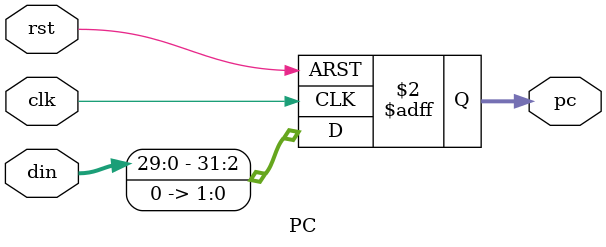
<source format=v>
`timescale 1ns / 1ps

`include "defines.vh"

module PC(
    input wire rst,
    input wire clk,
    input wire [29: 0] din,

    output reg [31: 0] pc
);

always @(posedge rst or posedge clk) begin
    if(rst) begin
        pc <= 32'h0;
    end else begin
        pc <= {din, 2'h0};
    end
end

endmodule
</source>
